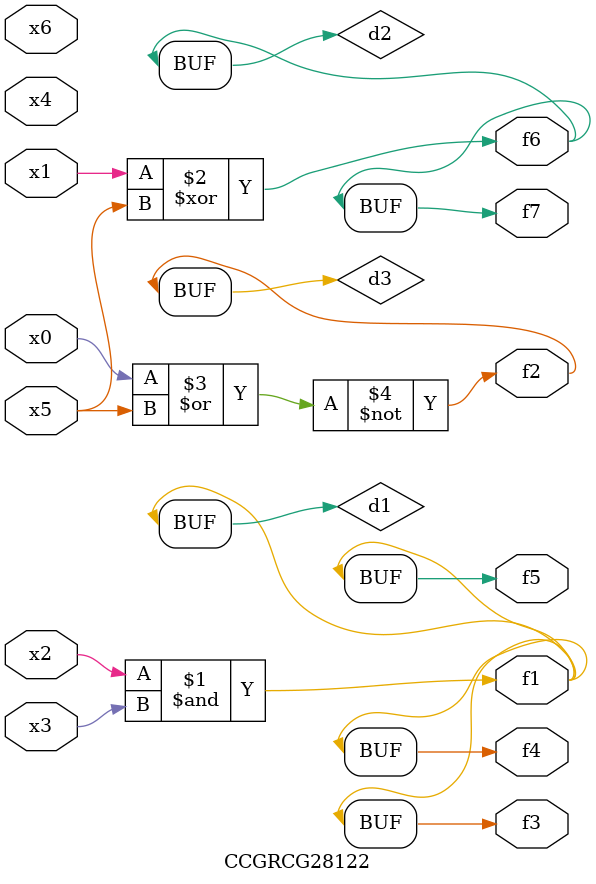
<source format=v>
module CCGRCG28122(
	input x0, x1, x2, x3, x4, x5, x6,
	output f1, f2, f3, f4, f5, f6, f7
);

	wire d1, d2, d3;

	and (d1, x2, x3);
	xor (d2, x1, x5);
	nor (d3, x0, x5);
	assign f1 = d1;
	assign f2 = d3;
	assign f3 = d1;
	assign f4 = d1;
	assign f5 = d1;
	assign f6 = d2;
	assign f7 = d2;
endmodule

</source>
